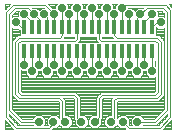
<source format=gbl>
G75*
%MOIN*%
%OFA0B0*%
%FSLAX25Y25*%
%IPPOS*%
%LPD*%
%AMOC8*
5,1,8,0,0,1.08239X$1,22.5*
%
%ADD10R,0.01500X0.05000*%
%ADD11C,0.02787*%
%ADD12C,0.00492*%
D10*
X0033010Y0028634D03*
X0035510Y0028634D03*
X0038010Y0028634D03*
X0040510Y0028634D03*
X0043010Y0028634D03*
X0045510Y0028634D03*
X0048010Y0028634D03*
X0050510Y0028634D03*
X0053010Y0028634D03*
X0055510Y0028634D03*
X0058010Y0028634D03*
X0060510Y0028634D03*
X0063010Y0028634D03*
X0065510Y0028634D03*
X0068010Y0028634D03*
X0070510Y0028634D03*
X0073010Y0028634D03*
X0075510Y0028634D03*
X0075510Y0036634D03*
X0073010Y0036634D03*
X0070510Y0036634D03*
X0068010Y0036634D03*
X0065510Y0036634D03*
X0063010Y0036634D03*
X0060510Y0036634D03*
X0058010Y0036634D03*
X0055510Y0036634D03*
X0053010Y0036634D03*
X0050510Y0036634D03*
X0048010Y0036634D03*
X0045510Y0036634D03*
X0043010Y0036634D03*
X0040510Y0036634D03*
X0038010Y0036634D03*
X0035510Y0036634D03*
X0033010Y0036634D03*
D11*
X0030087Y0038323D03*
X0032941Y0041020D03*
X0036288Y0041020D03*
X0039674Y0041020D03*
X0042961Y0041020D03*
X0045481Y0043244D03*
X0047961Y0041020D03*
X0050481Y0043244D03*
X0052961Y0041020D03*
X0055481Y0043244D03*
X0057961Y0041020D03*
X0060481Y0043244D03*
X0062961Y0041020D03*
X0065481Y0043244D03*
X0067961Y0041020D03*
X0071741Y0041020D03*
X0075481Y0041020D03*
X0078434Y0038362D03*
X0073040Y0024248D03*
X0070560Y0022024D03*
X0068040Y0024248D03*
X0065560Y0022024D03*
X0063040Y0024248D03*
X0060560Y0022024D03*
X0058040Y0024248D03*
X0055560Y0022024D03*
X0053040Y0024248D03*
X0050560Y0022024D03*
X0048040Y0024248D03*
X0045560Y0022024D03*
X0043040Y0024248D03*
X0040560Y0022024D03*
X0038040Y0024248D03*
X0035560Y0022024D03*
X0033040Y0024248D03*
X0037764Y0005173D03*
X0042686Y0005193D03*
X0046623Y0005193D03*
X0052016Y0005173D03*
X0056465Y0005173D03*
X0061859Y0005173D03*
X0065815Y0005173D03*
X0070737Y0005173D03*
X0075560Y0022024D03*
D12*
X0029292Y0002748D02*
X0026560Y0002748D01*
X0026560Y0005637D01*
X0029292Y0002748D01*
X0028868Y0003196D02*
X0026560Y0003196D01*
X0026560Y0003687D02*
X0028404Y0003687D01*
X0027940Y0004177D02*
X0026560Y0004177D01*
X0026560Y0004668D02*
X0027476Y0004668D01*
X0027012Y0005159D02*
X0026560Y0005159D01*
X0026937Y0006669D02*
X0026937Y0041610D01*
X0029398Y0044169D01*
X0039910Y0044169D01*
X0042961Y0041020D01*
X0043010Y0036634D01*
X0040510Y0036634D02*
X0040550Y0040163D01*
X0039674Y0041020D01*
X0038086Y0042447D02*
X0037875Y0042447D01*
X0037981Y0042342D02*
X0037171Y0043152D01*
X0035614Y0043152D01*
X0035582Y0043185D01*
X0039493Y0043185D01*
X0039525Y0043152D01*
X0038791Y0043152D01*
X0037981Y0042342D01*
X0037385Y0042938D02*
X0038577Y0042938D01*
X0040914Y0044547D02*
X0043769Y0044547D01*
X0043349Y0044127D01*
X0043349Y0043152D01*
X0042266Y0043152D01*
X0040914Y0044547D01*
X0041047Y0044410D02*
X0043631Y0044410D01*
X0043349Y0043919D02*
X0041523Y0043919D01*
X0041998Y0043428D02*
X0043349Y0043428D01*
X0045481Y0043244D02*
X0045510Y0036634D01*
X0045510Y0034002D01*
X0044752Y0033244D01*
X0031367Y0033244D01*
X0029890Y0031768D01*
X0029890Y0014543D01*
X0031367Y0013067D01*
X0044556Y0013067D01*
X0045540Y0012083D01*
X0045540Y0006276D01*
X0046623Y0005193D01*
X0044556Y0006338D02*
X0043569Y0007325D01*
X0041802Y0007325D01*
X0040554Y0006076D01*
X0040554Y0004310D01*
X0040806Y0004058D01*
X0040765Y0004012D01*
X0039618Y0004012D01*
X0039896Y0004290D01*
X0039896Y0006056D01*
X0038647Y0007305D01*
X0036881Y0007305D01*
X0035740Y0006164D01*
X0032268Y0006176D01*
X0028906Y0009538D01*
X0028906Y0036489D01*
X0029204Y0036191D01*
X0030827Y0036191D01*
X0031368Y0035650D01*
X0031522Y0035650D01*
X0031522Y0034228D01*
X0030959Y0034228D01*
X0030382Y0033652D01*
X0030382Y0033652D01*
X0029483Y0032752D01*
X0029483Y0032752D01*
X0028906Y0032175D01*
X0028906Y0014136D01*
X0030382Y0012659D01*
X0030959Y0012083D01*
X0044148Y0012083D01*
X0044556Y0011675D01*
X0044556Y0006338D01*
X0044556Y0006631D02*
X0044263Y0006631D01*
X0044556Y0007121D02*
X0043772Y0007121D01*
X0044556Y0007612D02*
X0030832Y0007612D01*
X0031322Y0007121D02*
X0036697Y0007121D01*
X0036207Y0006631D02*
X0031813Y0006631D01*
X0031859Y0005193D02*
X0027922Y0009130D01*
X0027922Y0041118D01*
X0029890Y0043185D01*
X0034221Y0043185D01*
X0036288Y0041020D01*
X0038010Y0039278D01*
X0038010Y0036634D01*
X0035510Y0036634D02*
X0035510Y0038510D01*
X0032941Y0041020D01*
X0030810Y0040975D02*
X0029145Y0040975D01*
X0028906Y0040724D02*
X0030312Y0042201D01*
X0031108Y0042201D01*
X0030810Y0041903D01*
X0030810Y0040455D01*
X0029204Y0040455D01*
X0028906Y0040157D01*
X0028906Y0040724D01*
X0028906Y0040485D02*
X0030810Y0040485D01*
X0030810Y0041466D02*
X0029612Y0041466D01*
X0030079Y0041956D02*
X0030863Y0041956D01*
X0027792Y0043919D02*
X0026560Y0043919D01*
X0026560Y0043428D02*
X0027320Y0043428D01*
X0026849Y0042938D02*
X0026560Y0042938D01*
X0026560Y0042637D02*
X0026560Y0044547D01*
X0028396Y0044547D01*
X0026560Y0042637D01*
X0026560Y0044410D02*
X0028264Y0044410D01*
X0030087Y0038323D02*
X0031776Y0036634D01*
X0033010Y0036634D01*
X0031522Y0035578D02*
X0028906Y0035578D01*
X0028906Y0035088D02*
X0031522Y0035088D01*
X0031522Y0034597D02*
X0028906Y0034597D01*
X0028906Y0034106D02*
X0030837Y0034106D01*
X0030346Y0033616D02*
X0028906Y0033616D01*
X0028906Y0033125D02*
X0029856Y0033125D01*
X0029365Y0032634D02*
X0028906Y0032634D01*
X0028906Y0032144D02*
X0028906Y0032144D01*
X0028906Y0031653D02*
X0028906Y0031653D01*
X0028906Y0031162D02*
X0028906Y0031162D01*
X0028906Y0030672D02*
X0028906Y0030672D01*
X0028906Y0030181D02*
X0028906Y0030181D01*
X0028906Y0029691D02*
X0028906Y0029691D01*
X0028906Y0029200D02*
X0028906Y0029200D01*
X0028906Y0028709D02*
X0028906Y0028709D01*
X0028906Y0028219D02*
X0028906Y0028219D01*
X0028906Y0027728D02*
X0028906Y0027728D01*
X0028906Y0027237D02*
X0028906Y0027237D01*
X0028906Y0026747D02*
X0028906Y0026747D01*
X0028906Y0026256D02*
X0028906Y0026256D01*
X0028906Y0025765D02*
X0028906Y0025765D01*
X0028906Y0025275D02*
X0028906Y0025275D01*
X0028906Y0024784D02*
X0028906Y0024784D01*
X0028906Y0024294D02*
X0028906Y0024294D01*
X0028906Y0023803D02*
X0028906Y0023803D01*
X0028906Y0023312D02*
X0028906Y0023312D01*
X0028906Y0022822D02*
X0028906Y0022822D01*
X0028906Y0022331D02*
X0028906Y0022331D01*
X0028906Y0021840D02*
X0028906Y0021840D01*
X0028906Y0021350D02*
X0028906Y0021350D01*
X0028906Y0020859D02*
X0028906Y0020859D01*
X0028906Y0020368D02*
X0028906Y0020368D01*
X0028906Y0019878D02*
X0028906Y0019878D01*
X0028906Y0019387D02*
X0028906Y0019387D01*
X0028906Y0018897D02*
X0028906Y0018897D01*
X0028906Y0018406D02*
X0028906Y0018406D01*
X0028906Y0017915D02*
X0028906Y0017915D01*
X0028906Y0017425D02*
X0028906Y0017425D01*
X0028906Y0016934D02*
X0028906Y0016934D01*
X0028906Y0016443D02*
X0028906Y0016443D01*
X0028906Y0015953D02*
X0028906Y0015953D01*
X0028906Y0015462D02*
X0028906Y0015462D01*
X0028906Y0014971D02*
X0028906Y0014971D01*
X0028906Y0014481D02*
X0028906Y0014481D01*
X0028906Y0013990D02*
X0029051Y0013990D01*
X0028906Y0013500D02*
X0029542Y0013500D01*
X0030033Y0013009D02*
X0028906Y0013009D01*
X0028906Y0012518D02*
X0030523Y0012518D01*
X0028906Y0012028D02*
X0044203Y0012028D01*
X0044556Y0011537D02*
X0028906Y0011537D01*
X0028906Y0011046D02*
X0044556Y0011046D01*
X0044556Y0010556D02*
X0028906Y0010556D01*
X0028906Y0010065D02*
X0044556Y0010065D01*
X0044556Y0009574D02*
X0028906Y0009574D01*
X0029360Y0009084D02*
X0044556Y0009084D01*
X0044556Y0008593D02*
X0029850Y0008593D01*
X0030341Y0008102D02*
X0044556Y0008102D01*
X0046524Y0008102D02*
X0049605Y0008102D01*
X0049608Y0007612D02*
X0046524Y0007612D01*
X0046524Y0007325D02*
X0046524Y0012490D01*
X0045948Y0013067D01*
X0045948Y0013067D01*
X0049168Y0013067D01*
X0049578Y0012657D01*
X0049615Y0006588D01*
X0049615Y0006183D01*
X0049617Y0006180D01*
X0049617Y0006177D01*
X0049884Y0005913D01*
X0049884Y0004290D01*
X0051133Y0003041D01*
X0052899Y0003041D01*
X0054148Y0004290D01*
X0054148Y0006056D01*
X0052899Y0007305D01*
X0051579Y0007305D01*
X0051544Y0013070D01*
X0051544Y0013475D01*
X0051541Y0013477D01*
X0051541Y0013481D01*
X0051254Y0013765D01*
X0049983Y0015035D01*
X0032266Y0015035D01*
X0031859Y0015443D01*
X0031859Y0022414D01*
X0032157Y0022116D01*
X0033428Y0022116D01*
X0033428Y0021141D01*
X0034676Y0019892D01*
X0036443Y0019892D01*
X0037691Y0021141D01*
X0037691Y0022116D01*
X0038428Y0022116D01*
X0038428Y0021141D01*
X0039676Y0019892D01*
X0041443Y0019892D01*
X0042691Y0021141D01*
X0042691Y0022116D01*
X0043428Y0022116D01*
X0043428Y0021141D01*
X0044676Y0019892D01*
X0046443Y0019892D01*
X0047691Y0021141D01*
X0047691Y0022116D01*
X0048428Y0022116D01*
X0048428Y0021141D01*
X0049676Y0019892D01*
X0051443Y0019892D01*
X0052691Y0021141D01*
X0052691Y0022116D01*
X0053428Y0022116D01*
X0053428Y0021141D01*
X0054676Y0019892D01*
X0056443Y0019892D01*
X0057691Y0021141D01*
X0057691Y0022116D01*
X0058428Y0022116D01*
X0058428Y0021141D01*
X0059676Y0019892D01*
X0061443Y0019892D01*
X0062691Y0021141D01*
X0062691Y0022116D01*
X0063428Y0022116D01*
X0063428Y0021141D01*
X0064676Y0019892D01*
X0066443Y0019892D01*
X0067691Y0021141D01*
X0067691Y0022116D01*
X0068428Y0022116D01*
X0068428Y0021141D01*
X0069676Y0019892D01*
X0071443Y0019892D01*
X0072691Y0021141D01*
X0072691Y0022116D01*
X0073428Y0022116D01*
X0073428Y0021141D01*
X0074676Y0019892D01*
X0076443Y0019892D01*
X0076741Y0020190D01*
X0076741Y0015471D01*
X0076262Y0015035D01*
X0058636Y0015035D01*
X0057612Y0014012D01*
X0057036Y0013435D01*
X0057036Y0007305D01*
X0055582Y0007305D01*
X0054333Y0006056D01*
X0054333Y0004290D01*
X0055582Y0003041D01*
X0057348Y0003041D01*
X0058597Y0004290D01*
X0058597Y0005931D01*
X0058718Y0006054D01*
X0059004Y0006340D01*
X0059004Y0006344D01*
X0059007Y0006347D01*
X0059004Y0006751D01*
X0059004Y0012620D01*
X0059451Y0013067D01*
X0062396Y0013067D01*
X0062016Y0012687D01*
X0062016Y0007305D01*
X0060976Y0007305D01*
X0059727Y0006056D01*
X0059727Y0004290D01*
X0060976Y0003041D01*
X0062742Y0003041D01*
X0063837Y0004137D01*
X0064932Y0003041D01*
X0066436Y0003041D01*
X0066705Y0002748D01*
X0042275Y0002748D01*
X0042551Y0003061D01*
X0043569Y0003061D01*
X0044654Y0004146D01*
X0045739Y0003061D01*
X0047506Y0003061D01*
X0048754Y0004310D01*
X0048754Y0006076D01*
X0047506Y0007325D01*
X0046524Y0007325D01*
X0047709Y0007121D02*
X0049611Y0007121D01*
X0049614Y0006631D02*
X0048200Y0006631D01*
X0048690Y0006140D02*
X0049655Y0006140D01*
X0049884Y0005649D02*
X0048754Y0005649D01*
X0048754Y0005159D02*
X0049884Y0005159D01*
X0049884Y0004668D02*
X0048754Y0004668D01*
X0048622Y0004177D02*
X0049997Y0004177D01*
X0050488Y0003687D02*
X0048131Y0003687D01*
X0047641Y0003196D02*
X0050978Y0003196D01*
X0053054Y0003196D02*
X0055427Y0003196D01*
X0054937Y0003687D02*
X0053545Y0003687D01*
X0054035Y0004177D02*
X0054446Y0004177D01*
X0054333Y0004668D02*
X0054148Y0004668D01*
X0054148Y0005159D02*
X0054333Y0005159D01*
X0054333Y0005649D02*
X0054148Y0005649D01*
X0054064Y0006140D02*
X0054417Y0006140D01*
X0054907Y0006631D02*
X0053574Y0006631D01*
X0053083Y0007121D02*
X0055398Y0007121D01*
X0057036Y0007612D02*
X0051577Y0007612D01*
X0051574Y0008102D02*
X0057036Y0008102D01*
X0057036Y0008593D02*
X0051571Y0008593D01*
X0051568Y0009084D02*
X0057036Y0009084D01*
X0057036Y0009574D02*
X0051565Y0009574D01*
X0051562Y0010065D02*
X0057036Y0010065D01*
X0057036Y0010556D02*
X0051559Y0010556D01*
X0051556Y0011046D02*
X0057036Y0011046D01*
X0057036Y0011537D02*
X0051553Y0011537D01*
X0051550Y0012028D02*
X0057036Y0012028D01*
X0057036Y0012518D02*
X0051547Y0012518D01*
X0051544Y0013009D02*
X0057036Y0013009D01*
X0057100Y0013500D02*
X0051522Y0013500D01*
X0051028Y0013990D02*
X0057591Y0013990D01*
X0058081Y0014481D02*
X0050538Y0014481D01*
X0050047Y0014971D02*
X0058572Y0014971D01*
X0059044Y0014051D02*
X0058020Y0013028D01*
X0058020Y0006748D01*
X0056465Y0005173D01*
X0058597Y0005159D02*
X0059727Y0005159D01*
X0059727Y0005649D02*
X0058597Y0005649D01*
X0058804Y0006140D02*
X0059811Y0006140D01*
X0060301Y0006631D02*
X0059005Y0006631D01*
X0059004Y0007121D02*
X0060792Y0007121D01*
X0062016Y0007612D02*
X0059004Y0007612D01*
X0059004Y0008102D02*
X0062016Y0008102D01*
X0062016Y0008593D02*
X0059004Y0008593D01*
X0059004Y0009084D02*
X0062016Y0009084D01*
X0062016Y0009574D02*
X0059004Y0009574D01*
X0059004Y0010065D02*
X0062016Y0010065D01*
X0062016Y0010556D02*
X0059004Y0010556D01*
X0059004Y0011046D02*
X0062016Y0011046D01*
X0062016Y0011537D02*
X0059004Y0011537D01*
X0059004Y0012028D02*
X0062016Y0012028D01*
X0062016Y0012518D02*
X0059004Y0012518D01*
X0059393Y0013009D02*
X0062338Y0013009D01*
X0063000Y0012280D02*
X0063000Y0006315D01*
X0061859Y0005173D01*
X0059727Y0004668D02*
X0058597Y0004668D01*
X0058484Y0004177D02*
X0059840Y0004177D01*
X0060330Y0003687D02*
X0057994Y0003687D01*
X0057503Y0003196D02*
X0060821Y0003196D01*
X0062897Y0003196D02*
X0064778Y0003196D01*
X0064287Y0003687D02*
X0063387Y0003687D01*
X0065815Y0005173D02*
X0067784Y0003028D01*
X0078119Y0003028D01*
X0081662Y0006669D01*
X0081662Y0042594D01*
X0080087Y0044169D01*
X0066308Y0044169D01*
X0065481Y0043244D01*
X0065510Y0036634D01*
X0063010Y0036634D02*
X0063010Y0034081D01*
X0063847Y0033244D01*
X0077134Y0033244D01*
X0078709Y0031768D01*
X0078709Y0014543D01*
X0077134Y0013067D01*
X0063788Y0013067D01*
X0063000Y0012280D01*
X0063985Y0011872D02*
X0064196Y0012083D01*
X0077118Y0012083D01*
X0077510Y0012070D01*
X0077524Y0012083D01*
X0077542Y0012083D01*
X0077819Y0012360D01*
X0079098Y0013559D01*
X0079117Y0013559D01*
X0079394Y0013836D01*
X0079680Y0014104D01*
X0079680Y0014123D01*
X0079693Y0014136D01*
X0079693Y0014527D01*
X0079693Y0014528D01*
X0079693Y0009545D01*
X0076240Y0006176D01*
X0072761Y0006164D01*
X0071620Y0007305D01*
X0069854Y0007305D01*
X0068605Y0006056D01*
X0068605Y0004290D01*
X0068883Y0004012D01*
X0068217Y0004012D01*
X0067947Y0004305D01*
X0067947Y0006056D01*
X0066698Y0007305D01*
X0064932Y0007305D01*
X0063985Y0006357D01*
X0063985Y0011872D01*
X0064140Y0012028D02*
X0079693Y0012028D01*
X0079693Y0012518D02*
X0077988Y0012518D01*
X0078511Y0013009D02*
X0079693Y0013009D01*
X0079693Y0013500D02*
X0079035Y0013500D01*
X0079558Y0013990D02*
X0079693Y0013990D01*
X0079693Y0014481D02*
X0079693Y0014481D01*
X0079693Y0014932D02*
X0079693Y0014933D01*
X0079693Y0031378D01*
X0079693Y0031379D01*
X0079693Y0014932D01*
X0079693Y0014971D02*
X0079693Y0014971D01*
X0079693Y0015462D02*
X0079693Y0015462D01*
X0079693Y0015953D02*
X0079693Y0015953D01*
X0079693Y0016443D02*
X0079693Y0016443D01*
X0079693Y0016934D02*
X0079693Y0016934D01*
X0079693Y0017425D02*
X0079693Y0017425D01*
X0079693Y0017915D02*
X0079693Y0017915D01*
X0079693Y0018406D02*
X0079693Y0018406D01*
X0079693Y0018897D02*
X0079693Y0018897D01*
X0079693Y0019387D02*
X0079693Y0019387D01*
X0079693Y0019878D02*
X0079693Y0019878D01*
X0079693Y0020368D02*
X0079693Y0020368D01*
X0079693Y0020859D02*
X0079693Y0020859D01*
X0079693Y0021350D02*
X0079693Y0021350D01*
X0079693Y0021840D02*
X0079693Y0021840D01*
X0079693Y0022331D02*
X0079693Y0022331D01*
X0079693Y0022822D02*
X0079693Y0022822D01*
X0079693Y0023312D02*
X0079693Y0023312D01*
X0079693Y0023803D02*
X0079693Y0023803D01*
X0079693Y0024294D02*
X0079693Y0024294D01*
X0079693Y0024784D02*
X0079693Y0024784D01*
X0079693Y0025275D02*
X0079693Y0025275D01*
X0079693Y0025765D02*
X0079693Y0025765D01*
X0079693Y0026256D02*
X0079693Y0026256D01*
X0079693Y0026747D02*
X0079693Y0026747D01*
X0079693Y0027237D02*
X0079693Y0027237D01*
X0079693Y0027728D02*
X0079693Y0027728D01*
X0079693Y0028219D02*
X0079693Y0028219D01*
X0079693Y0028709D02*
X0079693Y0028709D01*
X0079693Y0029200D02*
X0079693Y0029200D01*
X0079693Y0029691D02*
X0079693Y0029691D01*
X0079693Y0030181D02*
X0079693Y0030181D01*
X0079693Y0030672D02*
X0079693Y0030672D01*
X0079693Y0031162D02*
X0079693Y0031162D01*
X0079693Y0031783D02*
X0079693Y0031784D01*
X0079693Y0032175D01*
X0079680Y0032188D01*
X0079680Y0032207D01*
X0079394Y0032475D01*
X0079117Y0032752D01*
X0079098Y0032752D01*
X0077819Y0033951D01*
X0077542Y0034228D01*
X0077524Y0034228D01*
X0077510Y0034241D01*
X0077118Y0034228D01*
X0076998Y0034228D01*
X0076998Y0036730D01*
X0077025Y0036756D01*
X0077550Y0036230D01*
X0079317Y0036230D01*
X0079693Y0036607D01*
X0079693Y0031783D01*
X0079693Y0032144D02*
X0079693Y0032144D01*
X0079693Y0032634D02*
X0079234Y0032634D01*
X0079693Y0033125D02*
X0078700Y0033125D01*
X0078177Y0033616D02*
X0079693Y0033616D01*
X0079693Y0034106D02*
X0077664Y0034106D01*
X0076998Y0034597D02*
X0079693Y0034597D01*
X0079693Y0035088D02*
X0076998Y0035088D01*
X0076998Y0035578D02*
X0079693Y0035578D01*
X0079693Y0036069D02*
X0076998Y0036069D01*
X0076998Y0036559D02*
X0077221Y0036559D01*
X0075510Y0036634D02*
X0077239Y0038362D01*
X0078434Y0038362D01*
X0079693Y0040117D02*
X0079317Y0040494D01*
X0077613Y0040494D01*
X0077613Y0041903D01*
X0077315Y0042201D01*
X0078695Y0042201D01*
X0079693Y0041203D01*
X0079693Y0040117D01*
X0079693Y0040485D02*
X0079326Y0040485D01*
X0079693Y0040975D02*
X0077613Y0040975D01*
X0077613Y0041466D02*
X0079430Y0041466D01*
X0078939Y0041956D02*
X0077559Y0041956D01*
X0079103Y0043185D02*
X0073808Y0043185D01*
X0071741Y0041020D01*
X0070510Y0039770D01*
X0070510Y0036634D01*
X0068010Y0036634D02*
X0067961Y0041020D01*
X0069549Y0042447D02*
X0070153Y0042447D01*
X0069851Y0042145D02*
X0068844Y0043152D01*
X0067613Y0043152D01*
X0067613Y0043185D01*
X0072447Y0043185D01*
X0072415Y0043152D01*
X0070858Y0043152D01*
X0069851Y0042145D01*
X0069058Y0042938D02*
X0070644Y0042938D01*
X0073010Y0038549D02*
X0075481Y0041020D01*
X0073010Y0038549D02*
X0073010Y0036634D01*
X0076642Y0032260D02*
X0077725Y0031276D01*
X0077725Y0015035D01*
X0076642Y0014051D01*
X0059044Y0014051D01*
X0063985Y0011537D02*
X0079693Y0011537D01*
X0079693Y0011046D02*
X0063985Y0011046D01*
X0063985Y0010556D02*
X0079693Y0010556D01*
X0079693Y0010065D02*
X0063985Y0010065D01*
X0063985Y0009574D02*
X0079693Y0009574D01*
X0079221Y0009084D02*
X0063985Y0009084D01*
X0063985Y0008593D02*
X0078718Y0008593D01*
X0078215Y0008102D02*
X0063985Y0008102D01*
X0063985Y0007612D02*
X0077712Y0007612D01*
X0077209Y0007121D02*
X0071804Y0007121D01*
X0072294Y0006631D02*
X0076706Y0006631D01*
X0076642Y0005193D02*
X0080678Y0009130D01*
X0080678Y0041610D01*
X0079103Y0043185D01*
X0081101Y0044547D02*
X0082040Y0044547D01*
X0082040Y0043608D01*
X0081101Y0044547D01*
X0081239Y0044410D02*
X0082040Y0044410D01*
X0082040Y0043919D02*
X0081729Y0043919D01*
X0079693Y0036559D02*
X0079646Y0036559D01*
X0076642Y0032260D02*
X0058434Y0032260D01*
X0058010Y0032683D01*
X0058010Y0036634D01*
X0057961Y0041020D01*
X0057613Y0043152D02*
X0058349Y0043152D01*
X0058349Y0044127D01*
X0058769Y0044547D01*
X0057193Y0044547D01*
X0057613Y0044127D01*
X0057613Y0043152D01*
X0057613Y0043428D02*
X0058349Y0043428D01*
X0058349Y0043919D02*
X0057613Y0043919D01*
X0057330Y0044410D02*
X0058631Y0044410D01*
X0060481Y0043244D02*
X0060510Y0036634D01*
X0063010Y0036634D02*
X0062961Y0041020D01*
X0062613Y0043152D02*
X0063349Y0043152D01*
X0063349Y0044127D01*
X0063769Y0044547D01*
X0062193Y0044547D01*
X0062613Y0044127D01*
X0062613Y0043152D01*
X0062613Y0043428D02*
X0063349Y0043428D01*
X0063349Y0043919D02*
X0062613Y0043919D01*
X0062330Y0044410D02*
X0063631Y0044410D01*
X0055481Y0043244D02*
X0055510Y0036634D01*
X0053010Y0036634D02*
X0052961Y0041020D01*
X0052613Y0043152D02*
X0053349Y0043152D01*
X0053349Y0044127D01*
X0053769Y0044547D01*
X0052193Y0044547D01*
X0052613Y0044127D01*
X0052613Y0043152D01*
X0052613Y0043428D02*
X0053349Y0043428D01*
X0053349Y0043919D02*
X0052613Y0043919D01*
X0052330Y0044410D02*
X0053631Y0044410D01*
X0050481Y0043244D02*
X0050510Y0036634D01*
X0050510Y0032801D01*
X0049969Y0032260D01*
X0031859Y0032260D01*
X0030874Y0031276D01*
X0030874Y0015035D01*
X0031859Y0014051D01*
X0049575Y0014051D01*
X0050560Y0013067D01*
X0050599Y0006591D01*
X0052016Y0005173D01*
X0049602Y0008593D02*
X0046524Y0008593D01*
X0046524Y0009084D02*
X0049599Y0009084D01*
X0049596Y0009574D02*
X0046524Y0009574D01*
X0046524Y0010065D02*
X0049594Y0010065D01*
X0049591Y0010556D02*
X0046524Y0010556D01*
X0046524Y0011046D02*
X0049588Y0011046D01*
X0049585Y0011537D02*
X0046524Y0011537D01*
X0046524Y0012028D02*
X0049582Y0012028D01*
X0049579Y0012518D02*
X0046496Y0012518D01*
X0046006Y0013009D02*
X0049226Y0013009D01*
X0041599Y0007121D02*
X0038831Y0007121D01*
X0039322Y0006631D02*
X0041108Y0006631D01*
X0040618Y0006140D02*
X0039812Y0006140D01*
X0039896Y0005649D02*
X0040554Y0005649D01*
X0040554Y0005159D02*
X0039896Y0005159D01*
X0039896Y0004668D02*
X0040554Y0004668D01*
X0040686Y0004177D02*
X0039783Y0004177D01*
X0041209Y0003028D02*
X0030382Y0003028D01*
X0026937Y0006669D01*
X0027922Y0007061D02*
X0027922Y0007738D01*
X0031162Y0004497D01*
X0031448Y0004210D01*
X0031450Y0004210D01*
X0031451Y0004209D01*
X0031857Y0004209D01*
X0035727Y0004196D01*
X0035911Y0004012D01*
X0030806Y0004012D01*
X0027922Y0007061D01*
X0027922Y0007121D02*
X0028538Y0007121D01*
X0028329Y0006631D02*
X0029029Y0006631D01*
X0028793Y0006140D02*
X0029520Y0006140D01*
X0029257Y0005649D02*
X0030010Y0005649D01*
X0029721Y0005159D02*
X0030501Y0005159D01*
X0030185Y0004668D02*
X0030992Y0004668D01*
X0030650Y0004177D02*
X0035745Y0004177D01*
X0037764Y0005173D02*
X0031859Y0005193D01*
X0028048Y0007612D02*
X0027922Y0007612D01*
X0041209Y0003028D02*
X0042686Y0004701D01*
X0042686Y0005193D01*
X0044194Y0003687D02*
X0045114Y0003687D01*
X0045604Y0003196D02*
X0043704Y0003196D01*
X0063985Y0006631D02*
X0064258Y0006631D01*
X0063985Y0007121D02*
X0064748Y0007121D01*
X0066882Y0007121D02*
X0069670Y0007121D01*
X0069179Y0006631D02*
X0067373Y0006631D01*
X0067864Y0006140D02*
X0068688Y0006140D01*
X0068605Y0005649D02*
X0067947Y0005649D01*
X0067947Y0005159D02*
X0068605Y0005159D01*
X0068605Y0004668D02*
X0067947Y0004668D01*
X0068065Y0004177D02*
X0068718Y0004177D01*
X0070737Y0005173D02*
X0076642Y0005193D01*
X0077514Y0004668D02*
X0078341Y0004668D01*
X0078017Y0005159D02*
X0078819Y0005159D01*
X0078519Y0005649D02*
X0079296Y0005649D01*
X0079022Y0006140D02*
X0079774Y0006140D01*
X0079525Y0006631D02*
X0080251Y0006631D01*
X0080028Y0007121D02*
X0080678Y0007121D01*
X0080678Y0007069D02*
X0080678Y0007755D01*
X0077335Y0004494D01*
X0077053Y0004210D01*
X0077044Y0004210D01*
X0077038Y0004204D01*
X0076638Y0004209D01*
X0072774Y0004196D01*
X0072590Y0004012D01*
X0077703Y0004012D01*
X0080678Y0007069D01*
X0080678Y0007612D02*
X0080531Y0007612D01*
X0082040Y0005646D02*
X0082040Y0002748D01*
X0079220Y0002748D01*
X0082040Y0005646D01*
X0082040Y0005159D02*
X0081565Y0005159D01*
X0082040Y0004668D02*
X0081088Y0004668D01*
X0080611Y0004177D02*
X0082040Y0004177D01*
X0082040Y0003687D02*
X0080133Y0003687D01*
X0079656Y0003196D02*
X0082040Y0003196D01*
X0077864Y0004177D02*
X0072756Y0004177D01*
X0076731Y0015462D02*
X0031859Y0015462D01*
X0031859Y0015953D02*
X0076741Y0015953D01*
X0076741Y0016443D02*
X0031859Y0016443D01*
X0031859Y0016934D02*
X0076741Y0016934D01*
X0076741Y0017425D02*
X0031859Y0017425D01*
X0031859Y0017915D02*
X0076741Y0017915D01*
X0076741Y0018406D02*
X0031859Y0018406D01*
X0031859Y0018897D02*
X0076741Y0018897D01*
X0076741Y0019387D02*
X0031859Y0019387D01*
X0031859Y0019878D02*
X0076741Y0019878D01*
X0074200Y0020368D02*
X0071919Y0020368D01*
X0072410Y0020859D02*
X0073709Y0020859D01*
X0073428Y0021350D02*
X0072691Y0021350D01*
X0072691Y0021840D02*
X0073428Y0021840D01*
X0075560Y0022024D02*
X0075510Y0028634D01*
X0073010Y0028634D02*
X0073040Y0024248D01*
X0070560Y0022024D02*
X0070510Y0028634D01*
X0068010Y0028634D02*
X0068040Y0024248D01*
X0065560Y0022024D02*
X0065510Y0028634D01*
X0063010Y0028634D02*
X0063040Y0024248D01*
X0060560Y0022024D02*
X0060510Y0028634D01*
X0058010Y0028634D02*
X0058040Y0024248D01*
X0055560Y0022024D02*
X0055510Y0028634D01*
X0053010Y0028634D02*
X0053040Y0024248D01*
X0050560Y0022024D02*
X0050510Y0028634D01*
X0048010Y0028634D02*
X0048040Y0024248D01*
X0045560Y0022024D02*
X0045510Y0028634D01*
X0043010Y0028634D02*
X0043040Y0024248D01*
X0040560Y0022024D02*
X0040510Y0028634D01*
X0038010Y0028634D02*
X0038040Y0024248D01*
X0035560Y0022024D02*
X0035510Y0028634D01*
X0033010Y0028634D02*
X0033040Y0024248D01*
X0031942Y0022331D02*
X0031859Y0022331D01*
X0031859Y0021840D02*
X0033428Y0021840D01*
X0033428Y0021350D02*
X0031859Y0021350D01*
X0031859Y0020859D02*
X0033709Y0020859D01*
X0034200Y0020368D02*
X0031859Y0020368D01*
X0036919Y0020368D02*
X0039200Y0020368D01*
X0038709Y0020859D02*
X0037410Y0020859D01*
X0037691Y0021350D02*
X0038428Y0021350D01*
X0038428Y0021840D02*
X0037691Y0021840D01*
X0041919Y0020368D02*
X0044200Y0020368D01*
X0043709Y0020859D02*
X0042410Y0020859D01*
X0042691Y0021350D02*
X0043428Y0021350D01*
X0043428Y0021840D02*
X0042691Y0021840D01*
X0046919Y0020368D02*
X0049200Y0020368D01*
X0048709Y0020859D02*
X0047410Y0020859D01*
X0047691Y0021350D02*
X0048428Y0021350D01*
X0048428Y0021840D02*
X0047691Y0021840D01*
X0051919Y0020368D02*
X0054200Y0020368D01*
X0053709Y0020859D02*
X0052410Y0020859D01*
X0052691Y0021350D02*
X0053428Y0021350D01*
X0053428Y0021840D02*
X0052691Y0021840D01*
X0056919Y0020368D02*
X0059200Y0020368D01*
X0058709Y0020859D02*
X0057410Y0020859D01*
X0057691Y0021350D02*
X0058428Y0021350D01*
X0058428Y0021840D02*
X0057691Y0021840D01*
X0061919Y0020368D02*
X0064200Y0020368D01*
X0063709Y0020859D02*
X0062410Y0020859D01*
X0062691Y0021350D02*
X0063428Y0021350D01*
X0063428Y0021840D02*
X0062691Y0021840D01*
X0066919Y0020368D02*
X0069200Y0020368D01*
X0068709Y0020859D02*
X0067410Y0020859D01*
X0067691Y0021350D02*
X0068428Y0021350D01*
X0068428Y0021840D02*
X0067691Y0021840D01*
X0076529Y0024070D02*
X0076741Y0023857D01*
X0076741Y0025570D01*
X0076566Y0025396D01*
X0076519Y0025396D01*
X0076529Y0024070D01*
X0076527Y0024294D02*
X0076741Y0024294D01*
X0076741Y0024784D02*
X0076523Y0024784D01*
X0076520Y0025275D02*
X0076741Y0025275D01*
X0062455Y0033244D02*
X0058995Y0033244D01*
X0058995Y0033396D01*
X0059066Y0033396D01*
X0059260Y0033590D01*
X0059455Y0033396D01*
X0061566Y0033396D01*
X0061760Y0033590D01*
X0061955Y0033396D01*
X0062303Y0033396D01*
X0062455Y0033244D01*
X0057429Y0031872D02*
X0056955Y0031872D01*
X0056760Y0031678D01*
X0056566Y0031872D01*
X0054455Y0031872D01*
X0054260Y0031678D01*
X0054066Y0031872D01*
X0051955Y0031872D01*
X0051760Y0031678D01*
X0051566Y0031872D01*
X0050973Y0031872D01*
X0051495Y0032393D01*
X0051495Y0033396D01*
X0051566Y0033396D01*
X0051760Y0033590D01*
X0051955Y0033396D01*
X0054066Y0033396D01*
X0054260Y0033590D01*
X0054455Y0033396D01*
X0056566Y0033396D01*
X0056760Y0033590D01*
X0056955Y0033396D01*
X0057026Y0033396D01*
X0057026Y0032275D01*
X0057429Y0031872D01*
X0057158Y0032144D02*
X0051245Y0032144D01*
X0051495Y0032634D02*
X0057026Y0032634D01*
X0057026Y0033125D02*
X0051495Y0033125D01*
X0049526Y0033244D02*
X0046144Y0033244D01*
X0046296Y0033396D01*
X0046566Y0033396D01*
X0046760Y0033590D01*
X0046955Y0033396D01*
X0049066Y0033396D01*
X0049260Y0033590D01*
X0049455Y0033396D01*
X0049526Y0033396D01*
X0049526Y0033244D01*
X0048010Y0036634D02*
X0047961Y0041020D01*
X0047613Y0043152D02*
X0047613Y0044127D01*
X0047193Y0044547D01*
X0048769Y0044547D01*
X0048349Y0044127D01*
X0048349Y0043152D01*
X0047613Y0043152D01*
X0047613Y0043428D02*
X0048349Y0043428D01*
X0048349Y0043919D02*
X0047613Y0043919D01*
X0047330Y0044410D02*
X0048631Y0044410D01*
X0030949Y0036069D02*
X0028906Y0036069D01*
M02*

</source>
